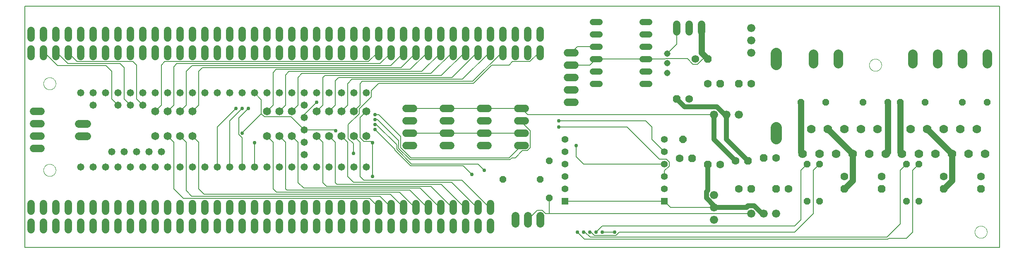
<source format=gtl>
G75*
%MOIN*%
%OFA0B0*%
%FSLAX25Y25*%
%IPPOS*%
%LPD*%
%AMOC8*
5,1,8,0,0,1.08239X$1,22.5*
%
%ADD10C,0.00600*%
%ADD11C,0.00000*%
%ADD12C,0.05800*%
%ADD13C,0.06496*%
%ADD14C,0.06496*%
%ADD15C,0.07000*%
%ADD16C,0.05150*%
%ADD17C,0.06000*%
%ADD18C,0.05937*%
%ADD19R,0.05543X0.05543*%
%ADD20C,0.05543*%
%ADD21OC8,0.06200*%
%ADD22C,0.06200*%
%ADD23C,0.07800*%
%ADD24OC8,0.06000*%
%ADD25OC8,0.05200*%
%ADD26OC8,0.06300*%
%ADD27C,0.06300*%
%ADD28C,0.08850*%
%ADD29C,0.06600*%
%ADD30C,0.05150*%
%ADD31C,0.05000*%
%ADD32C,0.00800*%
%ADD33C,0.02978*%
%ADD34C,0.04000*%
D10*
X0004867Y0001444D02*
X0004867Y0196444D01*
X0789867Y0196444D01*
X0789867Y0001444D01*
X0004867Y0001444D01*
D11*
X0019946Y0064044D02*
X0019948Y0064184D01*
X0019954Y0064324D01*
X0019964Y0064463D01*
X0019978Y0064602D01*
X0019996Y0064741D01*
X0020017Y0064879D01*
X0020043Y0065017D01*
X0020073Y0065154D01*
X0020106Y0065289D01*
X0020144Y0065424D01*
X0020185Y0065558D01*
X0020230Y0065691D01*
X0020278Y0065822D01*
X0020331Y0065951D01*
X0020387Y0066080D01*
X0020446Y0066206D01*
X0020510Y0066331D01*
X0020576Y0066454D01*
X0020647Y0066575D01*
X0020720Y0066694D01*
X0020797Y0066811D01*
X0020878Y0066925D01*
X0020961Y0067037D01*
X0021048Y0067147D01*
X0021138Y0067255D01*
X0021230Y0067359D01*
X0021326Y0067461D01*
X0021425Y0067561D01*
X0021526Y0067657D01*
X0021630Y0067751D01*
X0021737Y0067841D01*
X0021846Y0067928D01*
X0021958Y0068013D01*
X0022072Y0068094D01*
X0022188Y0068172D01*
X0022306Y0068246D01*
X0022427Y0068317D01*
X0022549Y0068385D01*
X0022674Y0068449D01*
X0022800Y0068510D01*
X0022927Y0068567D01*
X0023057Y0068620D01*
X0023188Y0068670D01*
X0023320Y0068715D01*
X0023453Y0068758D01*
X0023588Y0068796D01*
X0023723Y0068830D01*
X0023860Y0068861D01*
X0023997Y0068888D01*
X0024135Y0068910D01*
X0024274Y0068929D01*
X0024413Y0068944D01*
X0024552Y0068955D01*
X0024692Y0068962D01*
X0024832Y0068965D01*
X0024972Y0068964D01*
X0025112Y0068959D01*
X0025251Y0068950D01*
X0025391Y0068937D01*
X0025530Y0068920D01*
X0025668Y0068899D01*
X0025806Y0068875D01*
X0025943Y0068846D01*
X0026079Y0068814D01*
X0026214Y0068777D01*
X0026348Y0068737D01*
X0026481Y0068693D01*
X0026612Y0068645D01*
X0026742Y0068594D01*
X0026871Y0068539D01*
X0026998Y0068480D01*
X0027123Y0068417D01*
X0027246Y0068352D01*
X0027368Y0068282D01*
X0027487Y0068209D01*
X0027605Y0068133D01*
X0027720Y0068054D01*
X0027833Y0067971D01*
X0027943Y0067885D01*
X0028051Y0067796D01*
X0028156Y0067704D01*
X0028259Y0067609D01*
X0028359Y0067511D01*
X0028456Y0067411D01*
X0028550Y0067307D01*
X0028642Y0067201D01*
X0028730Y0067093D01*
X0028815Y0066982D01*
X0028897Y0066868D01*
X0028976Y0066752D01*
X0029051Y0066635D01*
X0029123Y0066515D01*
X0029191Y0066393D01*
X0029256Y0066269D01*
X0029318Y0066143D01*
X0029376Y0066016D01*
X0029430Y0065887D01*
X0029481Y0065756D01*
X0029527Y0065624D01*
X0029570Y0065491D01*
X0029610Y0065357D01*
X0029645Y0065222D01*
X0029677Y0065085D01*
X0029704Y0064948D01*
X0029728Y0064810D01*
X0029748Y0064672D01*
X0029764Y0064533D01*
X0029776Y0064393D01*
X0029784Y0064254D01*
X0029788Y0064114D01*
X0029788Y0063974D01*
X0029784Y0063834D01*
X0029776Y0063695D01*
X0029764Y0063555D01*
X0029748Y0063416D01*
X0029728Y0063278D01*
X0029704Y0063140D01*
X0029677Y0063003D01*
X0029645Y0062866D01*
X0029610Y0062731D01*
X0029570Y0062597D01*
X0029527Y0062464D01*
X0029481Y0062332D01*
X0029430Y0062201D01*
X0029376Y0062072D01*
X0029318Y0061945D01*
X0029256Y0061819D01*
X0029191Y0061695D01*
X0029123Y0061573D01*
X0029051Y0061453D01*
X0028976Y0061336D01*
X0028897Y0061220D01*
X0028815Y0061106D01*
X0028730Y0060995D01*
X0028642Y0060887D01*
X0028550Y0060781D01*
X0028456Y0060677D01*
X0028359Y0060577D01*
X0028259Y0060479D01*
X0028156Y0060384D01*
X0028051Y0060292D01*
X0027943Y0060203D01*
X0027833Y0060117D01*
X0027720Y0060034D01*
X0027605Y0059955D01*
X0027487Y0059879D01*
X0027368Y0059806D01*
X0027246Y0059736D01*
X0027123Y0059671D01*
X0026998Y0059608D01*
X0026871Y0059549D01*
X0026742Y0059494D01*
X0026612Y0059443D01*
X0026481Y0059395D01*
X0026348Y0059351D01*
X0026214Y0059311D01*
X0026079Y0059274D01*
X0025943Y0059242D01*
X0025806Y0059213D01*
X0025668Y0059189D01*
X0025530Y0059168D01*
X0025391Y0059151D01*
X0025251Y0059138D01*
X0025112Y0059129D01*
X0024972Y0059124D01*
X0024832Y0059123D01*
X0024692Y0059126D01*
X0024552Y0059133D01*
X0024413Y0059144D01*
X0024274Y0059159D01*
X0024135Y0059178D01*
X0023997Y0059200D01*
X0023860Y0059227D01*
X0023723Y0059258D01*
X0023588Y0059292D01*
X0023453Y0059330D01*
X0023320Y0059373D01*
X0023188Y0059418D01*
X0023057Y0059468D01*
X0022927Y0059521D01*
X0022800Y0059578D01*
X0022674Y0059639D01*
X0022549Y0059703D01*
X0022427Y0059771D01*
X0022306Y0059842D01*
X0022188Y0059916D01*
X0022072Y0059994D01*
X0021958Y0060075D01*
X0021846Y0060160D01*
X0021737Y0060247D01*
X0021630Y0060337D01*
X0021526Y0060431D01*
X0021425Y0060527D01*
X0021326Y0060627D01*
X0021230Y0060729D01*
X0021138Y0060833D01*
X0021048Y0060941D01*
X0020961Y0061051D01*
X0020878Y0061163D01*
X0020797Y0061277D01*
X0020720Y0061394D01*
X0020647Y0061513D01*
X0020576Y0061634D01*
X0020510Y0061757D01*
X0020446Y0061882D01*
X0020387Y0062008D01*
X0020331Y0062137D01*
X0020278Y0062266D01*
X0020230Y0062397D01*
X0020185Y0062530D01*
X0020144Y0062664D01*
X0020106Y0062799D01*
X0020073Y0062934D01*
X0020043Y0063071D01*
X0020017Y0063209D01*
X0019996Y0063347D01*
X0019978Y0063486D01*
X0019964Y0063625D01*
X0019954Y0063764D01*
X0019948Y0063904D01*
X0019946Y0064044D01*
X0019946Y0134044D02*
X0019948Y0134184D01*
X0019954Y0134324D01*
X0019964Y0134463D01*
X0019978Y0134602D01*
X0019996Y0134741D01*
X0020017Y0134879D01*
X0020043Y0135017D01*
X0020073Y0135154D01*
X0020106Y0135289D01*
X0020144Y0135424D01*
X0020185Y0135558D01*
X0020230Y0135691D01*
X0020278Y0135822D01*
X0020331Y0135951D01*
X0020387Y0136080D01*
X0020446Y0136206D01*
X0020510Y0136331D01*
X0020576Y0136454D01*
X0020647Y0136575D01*
X0020720Y0136694D01*
X0020797Y0136811D01*
X0020878Y0136925D01*
X0020961Y0137037D01*
X0021048Y0137147D01*
X0021138Y0137255D01*
X0021230Y0137359D01*
X0021326Y0137461D01*
X0021425Y0137561D01*
X0021526Y0137657D01*
X0021630Y0137751D01*
X0021737Y0137841D01*
X0021846Y0137928D01*
X0021958Y0138013D01*
X0022072Y0138094D01*
X0022188Y0138172D01*
X0022306Y0138246D01*
X0022427Y0138317D01*
X0022549Y0138385D01*
X0022674Y0138449D01*
X0022800Y0138510D01*
X0022927Y0138567D01*
X0023057Y0138620D01*
X0023188Y0138670D01*
X0023320Y0138715D01*
X0023453Y0138758D01*
X0023588Y0138796D01*
X0023723Y0138830D01*
X0023860Y0138861D01*
X0023997Y0138888D01*
X0024135Y0138910D01*
X0024274Y0138929D01*
X0024413Y0138944D01*
X0024552Y0138955D01*
X0024692Y0138962D01*
X0024832Y0138965D01*
X0024972Y0138964D01*
X0025112Y0138959D01*
X0025251Y0138950D01*
X0025391Y0138937D01*
X0025530Y0138920D01*
X0025668Y0138899D01*
X0025806Y0138875D01*
X0025943Y0138846D01*
X0026079Y0138814D01*
X0026214Y0138777D01*
X0026348Y0138737D01*
X0026481Y0138693D01*
X0026612Y0138645D01*
X0026742Y0138594D01*
X0026871Y0138539D01*
X0026998Y0138480D01*
X0027123Y0138417D01*
X0027246Y0138352D01*
X0027368Y0138282D01*
X0027487Y0138209D01*
X0027605Y0138133D01*
X0027720Y0138054D01*
X0027833Y0137971D01*
X0027943Y0137885D01*
X0028051Y0137796D01*
X0028156Y0137704D01*
X0028259Y0137609D01*
X0028359Y0137511D01*
X0028456Y0137411D01*
X0028550Y0137307D01*
X0028642Y0137201D01*
X0028730Y0137093D01*
X0028815Y0136982D01*
X0028897Y0136868D01*
X0028976Y0136752D01*
X0029051Y0136635D01*
X0029123Y0136515D01*
X0029191Y0136393D01*
X0029256Y0136269D01*
X0029318Y0136143D01*
X0029376Y0136016D01*
X0029430Y0135887D01*
X0029481Y0135756D01*
X0029527Y0135624D01*
X0029570Y0135491D01*
X0029610Y0135357D01*
X0029645Y0135222D01*
X0029677Y0135085D01*
X0029704Y0134948D01*
X0029728Y0134810D01*
X0029748Y0134672D01*
X0029764Y0134533D01*
X0029776Y0134393D01*
X0029784Y0134254D01*
X0029788Y0134114D01*
X0029788Y0133974D01*
X0029784Y0133834D01*
X0029776Y0133695D01*
X0029764Y0133555D01*
X0029748Y0133416D01*
X0029728Y0133278D01*
X0029704Y0133140D01*
X0029677Y0133003D01*
X0029645Y0132866D01*
X0029610Y0132731D01*
X0029570Y0132597D01*
X0029527Y0132464D01*
X0029481Y0132332D01*
X0029430Y0132201D01*
X0029376Y0132072D01*
X0029318Y0131945D01*
X0029256Y0131819D01*
X0029191Y0131695D01*
X0029123Y0131573D01*
X0029051Y0131453D01*
X0028976Y0131336D01*
X0028897Y0131220D01*
X0028815Y0131106D01*
X0028730Y0130995D01*
X0028642Y0130887D01*
X0028550Y0130781D01*
X0028456Y0130677D01*
X0028359Y0130577D01*
X0028259Y0130479D01*
X0028156Y0130384D01*
X0028051Y0130292D01*
X0027943Y0130203D01*
X0027833Y0130117D01*
X0027720Y0130034D01*
X0027605Y0129955D01*
X0027487Y0129879D01*
X0027368Y0129806D01*
X0027246Y0129736D01*
X0027123Y0129671D01*
X0026998Y0129608D01*
X0026871Y0129549D01*
X0026742Y0129494D01*
X0026612Y0129443D01*
X0026481Y0129395D01*
X0026348Y0129351D01*
X0026214Y0129311D01*
X0026079Y0129274D01*
X0025943Y0129242D01*
X0025806Y0129213D01*
X0025668Y0129189D01*
X0025530Y0129168D01*
X0025391Y0129151D01*
X0025251Y0129138D01*
X0025112Y0129129D01*
X0024972Y0129124D01*
X0024832Y0129123D01*
X0024692Y0129126D01*
X0024552Y0129133D01*
X0024413Y0129144D01*
X0024274Y0129159D01*
X0024135Y0129178D01*
X0023997Y0129200D01*
X0023860Y0129227D01*
X0023723Y0129258D01*
X0023588Y0129292D01*
X0023453Y0129330D01*
X0023320Y0129373D01*
X0023188Y0129418D01*
X0023057Y0129468D01*
X0022927Y0129521D01*
X0022800Y0129578D01*
X0022674Y0129639D01*
X0022549Y0129703D01*
X0022427Y0129771D01*
X0022306Y0129842D01*
X0022188Y0129916D01*
X0022072Y0129994D01*
X0021958Y0130075D01*
X0021846Y0130160D01*
X0021737Y0130247D01*
X0021630Y0130337D01*
X0021526Y0130431D01*
X0021425Y0130527D01*
X0021326Y0130627D01*
X0021230Y0130729D01*
X0021138Y0130833D01*
X0021048Y0130941D01*
X0020961Y0131051D01*
X0020878Y0131163D01*
X0020797Y0131277D01*
X0020720Y0131394D01*
X0020647Y0131513D01*
X0020576Y0131634D01*
X0020510Y0131757D01*
X0020446Y0131882D01*
X0020387Y0132008D01*
X0020331Y0132137D01*
X0020278Y0132266D01*
X0020230Y0132397D01*
X0020185Y0132530D01*
X0020144Y0132664D01*
X0020106Y0132799D01*
X0020073Y0132934D01*
X0020043Y0133071D01*
X0020017Y0133209D01*
X0019996Y0133347D01*
X0019978Y0133486D01*
X0019964Y0133625D01*
X0019954Y0133764D01*
X0019948Y0133904D01*
X0019946Y0134044D01*
X0684946Y0149044D02*
X0684948Y0149184D01*
X0684954Y0149324D01*
X0684964Y0149463D01*
X0684978Y0149602D01*
X0684996Y0149741D01*
X0685017Y0149879D01*
X0685043Y0150017D01*
X0685073Y0150154D01*
X0685106Y0150289D01*
X0685144Y0150424D01*
X0685185Y0150558D01*
X0685230Y0150691D01*
X0685278Y0150822D01*
X0685331Y0150951D01*
X0685387Y0151080D01*
X0685446Y0151206D01*
X0685510Y0151331D01*
X0685576Y0151454D01*
X0685647Y0151575D01*
X0685720Y0151694D01*
X0685797Y0151811D01*
X0685878Y0151925D01*
X0685961Y0152037D01*
X0686048Y0152147D01*
X0686138Y0152255D01*
X0686230Y0152359D01*
X0686326Y0152461D01*
X0686425Y0152561D01*
X0686526Y0152657D01*
X0686630Y0152751D01*
X0686737Y0152841D01*
X0686846Y0152928D01*
X0686958Y0153013D01*
X0687072Y0153094D01*
X0687188Y0153172D01*
X0687306Y0153246D01*
X0687427Y0153317D01*
X0687549Y0153385D01*
X0687674Y0153449D01*
X0687800Y0153510D01*
X0687927Y0153567D01*
X0688057Y0153620D01*
X0688188Y0153670D01*
X0688320Y0153715D01*
X0688453Y0153758D01*
X0688588Y0153796D01*
X0688723Y0153830D01*
X0688860Y0153861D01*
X0688997Y0153888D01*
X0689135Y0153910D01*
X0689274Y0153929D01*
X0689413Y0153944D01*
X0689552Y0153955D01*
X0689692Y0153962D01*
X0689832Y0153965D01*
X0689972Y0153964D01*
X0690112Y0153959D01*
X0690251Y0153950D01*
X0690391Y0153937D01*
X0690530Y0153920D01*
X0690668Y0153899D01*
X0690806Y0153875D01*
X0690943Y0153846D01*
X0691079Y0153814D01*
X0691214Y0153777D01*
X0691348Y0153737D01*
X0691481Y0153693D01*
X0691612Y0153645D01*
X0691742Y0153594D01*
X0691871Y0153539D01*
X0691998Y0153480D01*
X0692123Y0153417D01*
X0692246Y0153352D01*
X0692368Y0153282D01*
X0692487Y0153209D01*
X0692605Y0153133D01*
X0692720Y0153054D01*
X0692833Y0152971D01*
X0692943Y0152885D01*
X0693051Y0152796D01*
X0693156Y0152704D01*
X0693259Y0152609D01*
X0693359Y0152511D01*
X0693456Y0152411D01*
X0693550Y0152307D01*
X0693642Y0152201D01*
X0693730Y0152093D01*
X0693815Y0151982D01*
X0693897Y0151868D01*
X0693976Y0151752D01*
X0694051Y0151635D01*
X0694123Y0151515D01*
X0694191Y0151393D01*
X0694256Y0151269D01*
X0694318Y0151143D01*
X0694376Y0151016D01*
X0694430Y0150887D01*
X0694481Y0150756D01*
X0694527Y0150624D01*
X0694570Y0150491D01*
X0694610Y0150357D01*
X0694645Y0150222D01*
X0694677Y0150085D01*
X0694704Y0149948D01*
X0694728Y0149810D01*
X0694748Y0149672D01*
X0694764Y0149533D01*
X0694776Y0149393D01*
X0694784Y0149254D01*
X0694788Y0149114D01*
X0694788Y0148974D01*
X0694784Y0148834D01*
X0694776Y0148695D01*
X0694764Y0148555D01*
X0694748Y0148416D01*
X0694728Y0148278D01*
X0694704Y0148140D01*
X0694677Y0148003D01*
X0694645Y0147866D01*
X0694610Y0147731D01*
X0694570Y0147597D01*
X0694527Y0147464D01*
X0694481Y0147332D01*
X0694430Y0147201D01*
X0694376Y0147072D01*
X0694318Y0146945D01*
X0694256Y0146819D01*
X0694191Y0146695D01*
X0694123Y0146573D01*
X0694051Y0146453D01*
X0693976Y0146336D01*
X0693897Y0146220D01*
X0693815Y0146106D01*
X0693730Y0145995D01*
X0693642Y0145887D01*
X0693550Y0145781D01*
X0693456Y0145677D01*
X0693359Y0145577D01*
X0693259Y0145479D01*
X0693156Y0145384D01*
X0693051Y0145292D01*
X0692943Y0145203D01*
X0692833Y0145117D01*
X0692720Y0145034D01*
X0692605Y0144955D01*
X0692487Y0144879D01*
X0692368Y0144806D01*
X0692246Y0144736D01*
X0692123Y0144671D01*
X0691998Y0144608D01*
X0691871Y0144549D01*
X0691742Y0144494D01*
X0691612Y0144443D01*
X0691481Y0144395D01*
X0691348Y0144351D01*
X0691214Y0144311D01*
X0691079Y0144274D01*
X0690943Y0144242D01*
X0690806Y0144213D01*
X0690668Y0144189D01*
X0690530Y0144168D01*
X0690391Y0144151D01*
X0690251Y0144138D01*
X0690112Y0144129D01*
X0689972Y0144124D01*
X0689832Y0144123D01*
X0689692Y0144126D01*
X0689552Y0144133D01*
X0689413Y0144144D01*
X0689274Y0144159D01*
X0689135Y0144178D01*
X0688997Y0144200D01*
X0688860Y0144227D01*
X0688723Y0144258D01*
X0688588Y0144292D01*
X0688453Y0144330D01*
X0688320Y0144373D01*
X0688188Y0144418D01*
X0688057Y0144468D01*
X0687927Y0144521D01*
X0687800Y0144578D01*
X0687674Y0144639D01*
X0687549Y0144703D01*
X0687427Y0144771D01*
X0687306Y0144842D01*
X0687188Y0144916D01*
X0687072Y0144994D01*
X0686958Y0145075D01*
X0686846Y0145160D01*
X0686737Y0145247D01*
X0686630Y0145337D01*
X0686526Y0145431D01*
X0686425Y0145527D01*
X0686326Y0145627D01*
X0686230Y0145729D01*
X0686138Y0145833D01*
X0686048Y0145941D01*
X0685961Y0146051D01*
X0685878Y0146163D01*
X0685797Y0146277D01*
X0685720Y0146394D01*
X0685647Y0146513D01*
X0685576Y0146634D01*
X0685510Y0146757D01*
X0685446Y0146882D01*
X0685387Y0147008D01*
X0685331Y0147137D01*
X0685278Y0147266D01*
X0685230Y0147397D01*
X0685185Y0147530D01*
X0685144Y0147664D01*
X0685106Y0147799D01*
X0685073Y0147934D01*
X0685043Y0148071D01*
X0685017Y0148209D01*
X0684996Y0148347D01*
X0684978Y0148486D01*
X0684964Y0148625D01*
X0684954Y0148764D01*
X0684948Y0148904D01*
X0684946Y0149044D01*
X0769946Y0014044D02*
X0769948Y0014184D01*
X0769954Y0014324D01*
X0769964Y0014463D01*
X0769978Y0014602D01*
X0769996Y0014741D01*
X0770017Y0014879D01*
X0770043Y0015017D01*
X0770073Y0015154D01*
X0770106Y0015289D01*
X0770144Y0015424D01*
X0770185Y0015558D01*
X0770230Y0015691D01*
X0770278Y0015822D01*
X0770331Y0015951D01*
X0770387Y0016080D01*
X0770446Y0016206D01*
X0770510Y0016331D01*
X0770576Y0016454D01*
X0770647Y0016575D01*
X0770720Y0016694D01*
X0770797Y0016811D01*
X0770878Y0016925D01*
X0770961Y0017037D01*
X0771048Y0017147D01*
X0771138Y0017255D01*
X0771230Y0017359D01*
X0771326Y0017461D01*
X0771425Y0017561D01*
X0771526Y0017657D01*
X0771630Y0017751D01*
X0771737Y0017841D01*
X0771846Y0017928D01*
X0771958Y0018013D01*
X0772072Y0018094D01*
X0772188Y0018172D01*
X0772306Y0018246D01*
X0772427Y0018317D01*
X0772549Y0018385D01*
X0772674Y0018449D01*
X0772800Y0018510D01*
X0772927Y0018567D01*
X0773057Y0018620D01*
X0773188Y0018670D01*
X0773320Y0018715D01*
X0773453Y0018758D01*
X0773588Y0018796D01*
X0773723Y0018830D01*
X0773860Y0018861D01*
X0773997Y0018888D01*
X0774135Y0018910D01*
X0774274Y0018929D01*
X0774413Y0018944D01*
X0774552Y0018955D01*
X0774692Y0018962D01*
X0774832Y0018965D01*
X0774972Y0018964D01*
X0775112Y0018959D01*
X0775251Y0018950D01*
X0775391Y0018937D01*
X0775530Y0018920D01*
X0775668Y0018899D01*
X0775806Y0018875D01*
X0775943Y0018846D01*
X0776079Y0018814D01*
X0776214Y0018777D01*
X0776348Y0018737D01*
X0776481Y0018693D01*
X0776612Y0018645D01*
X0776742Y0018594D01*
X0776871Y0018539D01*
X0776998Y0018480D01*
X0777123Y0018417D01*
X0777246Y0018352D01*
X0777368Y0018282D01*
X0777487Y0018209D01*
X0777605Y0018133D01*
X0777720Y0018054D01*
X0777833Y0017971D01*
X0777943Y0017885D01*
X0778051Y0017796D01*
X0778156Y0017704D01*
X0778259Y0017609D01*
X0778359Y0017511D01*
X0778456Y0017411D01*
X0778550Y0017307D01*
X0778642Y0017201D01*
X0778730Y0017093D01*
X0778815Y0016982D01*
X0778897Y0016868D01*
X0778976Y0016752D01*
X0779051Y0016635D01*
X0779123Y0016515D01*
X0779191Y0016393D01*
X0779256Y0016269D01*
X0779318Y0016143D01*
X0779376Y0016016D01*
X0779430Y0015887D01*
X0779481Y0015756D01*
X0779527Y0015624D01*
X0779570Y0015491D01*
X0779610Y0015357D01*
X0779645Y0015222D01*
X0779677Y0015085D01*
X0779704Y0014948D01*
X0779728Y0014810D01*
X0779748Y0014672D01*
X0779764Y0014533D01*
X0779776Y0014393D01*
X0779784Y0014254D01*
X0779788Y0014114D01*
X0779788Y0013974D01*
X0779784Y0013834D01*
X0779776Y0013695D01*
X0779764Y0013555D01*
X0779748Y0013416D01*
X0779728Y0013278D01*
X0779704Y0013140D01*
X0779677Y0013003D01*
X0779645Y0012866D01*
X0779610Y0012731D01*
X0779570Y0012597D01*
X0779527Y0012464D01*
X0779481Y0012332D01*
X0779430Y0012201D01*
X0779376Y0012072D01*
X0779318Y0011945D01*
X0779256Y0011819D01*
X0779191Y0011695D01*
X0779123Y0011573D01*
X0779051Y0011453D01*
X0778976Y0011336D01*
X0778897Y0011220D01*
X0778815Y0011106D01*
X0778730Y0010995D01*
X0778642Y0010887D01*
X0778550Y0010781D01*
X0778456Y0010677D01*
X0778359Y0010577D01*
X0778259Y0010479D01*
X0778156Y0010384D01*
X0778051Y0010292D01*
X0777943Y0010203D01*
X0777833Y0010117D01*
X0777720Y0010034D01*
X0777605Y0009955D01*
X0777487Y0009879D01*
X0777368Y0009806D01*
X0777246Y0009736D01*
X0777123Y0009671D01*
X0776998Y0009608D01*
X0776871Y0009549D01*
X0776742Y0009494D01*
X0776612Y0009443D01*
X0776481Y0009395D01*
X0776348Y0009351D01*
X0776214Y0009311D01*
X0776079Y0009274D01*
X0775943Y0009242D01*
X0775806Y0009213D01*
X0775668Y0009189D01*
X0775530Y0009168D01*
X0775391Y0009151D01*
X0775251Y0009138D01*
X0775112Y0009129D01*
X0774972Y0009124D01*
X0774832Y0009123D01*
X0774692Y0009126D01*
X0774552Y0009133D01*
X0774413Y0009144D01*
X0774274Y0009159D01*
X0774135Y0009178D01*
X0773997Y0009200D01*
X0773860Y0009227D01*
X0773723Y0009258D01*
X0773588Y0009292D01*
X0773453Y0009330D01*
X0773320Y0009373D01*
X0773188Y0009418D01*
X0773057Y0009468D01*
X0772927Y0009521D01*
X0772800Y0009578D01*
X0772674Y0009639D01*
X0772549Y0009703D01*
X0772427Y0009771D01*
X0772306Y0009842D01*
X0772188Y0009916D01*
X0772072Y0009994D01*
X0771958Y0010075D01*
X0771846Y0010160D01*
X0771737Y0010247D01*
X0771630Y0010337D01*
X0771526Y0010431D01*
X0771425Y0010527D01*
X0771326Y0010627D01*
X0771230Y0010729D01*
X0771138Y0010833D01*
X0771048Y0010941D01*
X0770961Y0011051D01*
X0770878Y0011163D01*
X0770797Y0011277D01*
X0770720Y0011394D01*
X0770647Y0011513D01*
X0770576Y0011634D01*
X0770510Y0011757D01*
X0770446Y0011882D01*
X0770387Y0012008D01*
X0770331Y0012137D01*
X0770278Y0012266D01*
X0770230Y0012397D01*
X0770185Y0012530D01*
X0770144Y0012664D01*
X0770106Y0012799D01*
X0770073Y0012934D01*
X0770043Y0013071D01*
X0770017Y0013209D01*
X0769996Y0013347D01*
X0769978Y0013486D01*
X0769964Y0013625D01*
X0769954Y0013764D01*
X0769948Y0013904D01*
X0769946Y0014044D01*
D12*
X0279867Y0066544D03*
X0269867Y0066544D03*
X0259867Y0066544D03*
X0249867Y0066544D03*
X0239867Y0066544D03*
X0229867Y0066544D03*
X0219867Y0066544D03*
X0209867Y0066544D03*
X0199867Y0066544D03*
X0189867Y0066544D03*
X0179867Y0066544D03*
X0169867Y0066544D03*
X0159867Y0066544D03*
X0149867Y0066544D03*
X0139867Y0066544D03*
X0129867Y0066544D03*
X0119867Y0066544D03*
X0109867Y0066544D03*
X0099867Y0066544D03*
X0089867Y0066544D03*
X0079867Y0066544D03*
X0069867Y0066544D03*
X0059867Y0066544D03*
X0049867Y0066544D03*
X0074867Y0079044D03*
X0084867Y0079044D03*
X0094867Y0079044D03*
X0104867Y0079044D03*
X0114867Y0079044D03*
X0229867Y0076544D03*
X0229867Y0086544D03*
X0229867Y0096544D03*
X0229867Y0106544D03*
X0229867Y0116544D03*
X0229867Y0126544D03*
X0219867Y0126544D03*
X0209867Y0126544D03*
X0199867Y0126544D03*
X0189867Y0126544D03*
X0179867Y0126544D03*
X0169867Y0126544D03*
X0159867Y0126544D03*
X0149867Y0126544D03*
X0139867Y0126544D03*
X0129867Y0126544D03*
X0119867Y0126544D03*
X0109867Y0126544D03*
X0099867Y0126544D03*
X0089867Y0126544D03*
X0079867Y0126544D03*
X0069867Y0126544D03*
X0059867Y0126544D03*
X0049867Y0126544D03*
X0059867Y0116544D03*
X0079867Y0116544D03*
X0089867Y0116544D03*
X0099867Y0116544D03*
X0239867Y0126544D03*
X0249867Y0126544D03*
X0259867Y0126544D03*
X0269867Y0126544D03*
X0279867Y0126544D03*
D13*
X0279867Y0111544D03*
X0269867Y0111544D03*
X0259867Y0111544D03*
X0249867Y0111544D03*
X0239867Y0111544D03*
X0219867Y0111544D03*
X0209867Y0111544D03*
X0199867Y0111544D03*
X0139867Y0111544D03*
X0129867Y0111544D03*
X0119867Y0111544D03*
X0109867Y0111544D03*
X0109867Y0091544D03*
X0119867Y0091544D03*
X0129867Y0091544D03*
X0139867Y0091544D03*
X0199867Y0091544D03*
X0209867Y0091544D03*
X0219867Y0091544D03*
X0239867Y0091544D03*
X0249867Y0091544D03*
X0259867Y0091544D03*
X0269867Y0091544D03*
X0279867Y0091544D03*
D14*
X0054867Y0091544D02*
X0048371Y0091544D01*
X0048371Y0101544D02*
X0054867Y0101544D01*
X0399867Y0027292D02*
X0399867Y0020796D01*
X0409867Y0020796D02*
X0409867Y0027292D01*
X0419867Y0027292D02*
X0419867Y0020796D01*
D15*
X0631402Y0077154D03*
X0644788Y0077154D03*
X0658174Y0077154D03*
X0671560Y0077154D03*
X0684945Y0077154D03*
X0698331Y0077154D03*
X0711402Y0077154D03*
X0724788Y0077154D03*
X0738174Y0077154D03*
X0751560Y0077154D03*
X0764945Y0077154D03*
X0778331Y0077154D03*
X0771638Y0097154D03*
X0758252Y0097154D03*
X0744867Y0097154D03*
X0731481Y0097154D03*
X0718095Y0097154D03*
X0691638Y0097154D03*
X0678252Y0097154D03*
X0664867Y0097154D03*
X0651481Y0097154D03*
X0638095Y0097154D03*
D16*
X0507441Y0134044D02*
X0502292Y0134044D01*
X0502292Y0144044D02*
X0507441Y0144044D01*
X0507441Y0154044D02*
X0502292Y0154044D01*
X0502292Y0164044D02*
X0507441Y0164044D01*
X0507441Y0174044D02*
X0502292Y0174044D01*
X0502292Y0184044D02*
X0507441Y0184044D01*
X0467441Y0184044D02*
X0462292Y0184044D01*
X0462292Y0174044D02*
X0467441Y0174044D01*
X0467441Y0164044D02*
X0462292Y0164044D01*
X0462292Y0154044D02*
X0467441Y0154044D01*
X0467441Y0144044D02*
X0462292Y0144044D01*
X0462292Y0134044D02*
X0467441Y0134044D01*
D17*
X0447867Y0139044D02*
X0441867Y0139044D01*
X0441867Y0129044D02*
X0447867Y0129044D01*
X0447867Y0119044D02*
X0441867Y0119044D01*
X0407867Y0114044D02*
X0401867Y0114044D01*
X0377867Y0114044D02*
X0371867Y0114044D01*
X0347867Y0114044D02*
X0341867Y0114044D01*
X0317867Y0114044D02*
X0311867Y0114044D01*
X0311867Y0104044D02*
X0317867Y0104044D01*
X0341867Y0104044D02*
X0347867Y0104044D01*
X0371867Y0104044D02*
X0377867Y0104044D01*
X0401867Y0104044D02*
X0407867Y0104044D01*
X0407867Y0094044D02*
X0401867Y0094044D01*
X0377867Y0094044D02*
X0371867Y0094044D01*
X0347867Y0094044D02*
X0341867Y0094044D01*
X0317867Y0094044D02*
X0311867Y0094044D01*
X0311867Y0084044D02*
X0317867Y0084044D01*
X0341867Y0084044D02*
X0347867Y0084044D01*
X0371867Y0084044D02*
X0377867Y0084044D01*
X0401867Y0084044D02*
X0407867Y0084044D01*
X0379867Y0037044D02*
X0379867Y0031044D01*
X0369867Y0031044D02*
X0369867Y0037044D01*
X0359867Y0037044D02*
X0359867Y0031044D01*
X0349867Y0031044D02*
X0349867Y0037044D01*
X0339867Y0037044D02*
X0339867Y0031044D01*
X0329867Y0031044D02*
X0329867Y0037044D01*
X0319867Y0037044D02*
X0319867Y0031044D01*
X0309867Y0031044D02*
X0309867Y0037044D01*
X0299867Y0037044D02*
X0299867Y0031044D01*
X0289867Y0031044D02*
X0289867Y0037044D01*
X0279867Y0037044D02*
X0279867Y0031044D01*
X0269867Y0031044D02*
X0269867Y0037044D01*
X0259867Y0037044D02*
X0259867Y0031044D01*
X0249867Y0031044D02*
X0249867Y0037044D01*
X0239867Y0037044D02*
X0239867Y0031044D01*
X0229867Y0031044D02*
X0229867Y0037044D01*
X0219867Y0037044D02*
X0219867Y0031044D01*
X0209867Y0031044D02*
X0209867Y0037044D01*
X0199867Y0037044D02*
X0199867Y0031044D01*
X0189867Y0031044D02*
X0189867Y0037044D01*
X0179867Y0037044D02*
X0179867Y0031044D01*
X0169867Y0031044D02*
X0169867Y0037044D01*
X0159867Y0037044D02*
X0159867Y0031044D01*
X0149867Y0031044D02*
X0149867Y0037044D01*
X0139867Y0037044D02*
X0139867Y0031044D01*
X0129867Y0031044D02*
X0129867Y0037044D01*
X0119867Y0037044D02*
X0119867Y0031044D01*
X0109867Y0031044D02*
X0109867Y0037044D01*
X0099867Y0037044D02*
X0099867Y0031044D01*
X0089867Y0031044D02*
X0089867Y0037044D01*
X0079867Y0037044D02*
X0079867Y0031044D01*
X0069867Y0031044D02*
X0069867Y0037044D01*
X0059867Y0037044D02*
X0059867Y0031044D01*
X0049867Y0031044D02*
X0049867Y0037044D01*
X0039867Y0037044D02*
X0039867Y0031044D01*
X0029867Y0031044D02*
X0029867Y0037044D01*
X0019867Y0037044D02*
X0019867Y0031044D01*
X0009867Y0031044D02*
X0009867Y0037044D01*
X0009867Y0022044D02*
X0009867Y0016044D01*
X0019867Y0016044D02*
X0019867Y0022044D01*
X0029867Y0022044D02*
X0029867Y0016044D01*
X0039867Y0016044D02*
X0039867Y0022044D01*
X0049867Y0022044D02*
X0049867Y0016044D01*
X0059867Y0016044D02*
X0059867Y0022044D01*
X0069867Y0022044D02*
X0069867Y0016044D01*
X0079867Y0016044D02*
X0079867Y0022044D01*
X0089867Y0022044D02*
X0089867Y0016044D01*
X0099867Y0016044D02*
X0099867Y0022044D01*
X0109867Y0022044D02*
X0109867Y0016044D01*
X0119867Y0016044D02*
X0119867Y0022044D01*
X0129867Y0022044D02*
X0129867Y0016044D01*
X0139867Y0016044D02*
X0139867Y0022044D01*
X0149867Y0022044D02*
X0149867Y0016044D01*
X0159867Y0016044D02*
X0159867Y0022044D01*
X0169867Y0022044D02*
X0169867Y0016044D01*
X0179867Y0016044D02*
X0179867Y0022044D01*
X0189867Y0022044D02*
X0189867Y0016044D01*
X0199867Y0016044D02*
X0199867Y0022044D01*
X0209867Y0022044D02*
X0209867Y0016044D01*
X0219867Y0016044D02*
X0219867Y0022044D01*
X0229867Y0022044D02*
X0229867Y0016044D01*
X0239867Y0016044D02*
X0239867Y0022044D01*
X0249867Y0022044D02*
X0249867Y0016044D01*
X0259867Y0016044D02*
X0259867Y0022044D01*
X0269867Y0022044D02*
X0269867Y0016044D01*
X0279867Y0016044D02*
X0279867Y0022044D01*
X0289867Y0022044D02*
X0289867Y0016044D01*
X0299867Y0016044D02*
X0299867Y0022044D01*
X0309867Y0022044D02*
X0309867Y0016044D01*
X0319867Y0016044D02*
X0319867Y0022044D01*
X0329867Y0022044D02*
X0329867Y0016044D01*
X0339867Y0016044D02*
X0339867Y0022044D01*
X0349867Y0022044D02*
X0349867Y0016044D01*
X0359867Y0016044D02*
X0359867Y0022044D01*
X0369867Y0022044D02*
X0369867Y0016044D01*
X0379867Y0016044D02*
X0379867Y0022044D01*
X0017867Y0081544D02*
X0011867Y0081544D01*
X0011867Y0091544D02*
X0017867Y0091544D01*
X0017867Y0101544D02*
X0011867Y0101544D01*
X0011867Y0111544D02*
X0017867Y0111544D01*
X0019867Y0156044D02*
X0019867Y0162044D01*
X0029867Y0162044D02*
X0029867Y0156044D01*
X0039867Y0156044D02*
X0039867Y0162044D01*
X0049867Y0162044D02*
X0049867Y0156044D01*
X0059867Y0156044D02*
X0059867Y0162044D01*
X0069867Y0162044D02*
X0069867Y0156044D01*
X0079867Y0156044D02*
X0079867Y0162044D01*
X0089867Y0162044D02*
X0089867Y0156044D01*
X0099867Y0156044D02*
X0099867Y0162044D01*
X0109867Y0162044D02*
X0109867Y0156044D01*
X0119867Y0156044D02*
X0119867Y0162044D01*
X0129867Y0162044D02*
X0129867Y0156044D01*
X0139867Y0156044D02*
X0139867Y0162044D01*
X0149867Y0162044D02*
X0149867Y0156044D01*
X0159867Y0156044D02*
X0159867Y0162044D01*
X0169867Y0162044D02*
X0169867Y0156044D01*
X0179867Y0156044D02*
X0179867Y0162044D01*
X0189867Y0162044D02*
X0189867Y0156044D01*
X0199867Y0156044D02*
X0199867Y0162044D01*
X0209867Y0162044D02*
X0209867Y0156044D01*
X0219867Y0156044D02*
X0219867Y0162044D01*
X0229867Y0162044D02*
X0229867Y0156044D01*
X0239867Y0156044D02*
X0239867Y0162044D01*
X0249867Y0162044D02*
X0249867Y0156044D01*
X0259867Y0156044D02*
X0259867Y0162044D01*
X0269867Y0162044D02*
X0269867Y0156044D01*
X0279867Y0156044D02*
X0279867Y0162044D01*
X0289867Y0162044D02*
X0289867Y0156044D01*
X0299867Y0156044D02*
X0299867Y0162044D01*
X0309867Y0162044D02*
X0309867Y0156044D01*
X0319867Y0156044D02*
X0319867Y0162044D01*
X0329867Y0162044D02*
X0329867Y0156044D01*
X0339867Y0156044D02*
X0339867Y0162044D01*
X0349867Y0162044D02*
X0349867Y0156044D01*
X0359867Y0156044D02*
X0359867Y0162044D01*
X0369867Y0162044D02*
X0369867Y0156044D01*
X0379867Y0156044D02*
X0379867Y0162044D01*
X0389867Y0162044D02*
X0389867Y0156044D01*
X0399867Y0156044D02*
X0399867Y0162044D01*
X0409867Y0162044D02*
X0409867Y0156044D01*
X0419867Y0156044D02*
X0419867Y0162044D01*
X0441867Y0159044D02*
X0447867Y0159044D01*
X0447867Y0149044D02*
X0441867Y0149044D01*
X0419867Y0171044D02*
X0419867Y0177044D01*
X0409867Y0177044D02*
X0409867Y0171044D01*
X0399867Y0171044D02*
X0399867Y0177044D01*
X0389867Y0177044D02*
X0389867Y0171044D01*
X0379867Y0171044D02*
X0379867Y0177044D01*
X0369867Y0177044D02*
X0369867Y0171044D01*
X0359867Y0171044D02*
X0359867Y0177044D01*
X0349867Y0177044D02*
X0349867Y0171044D01*
X0339867Y0171044D02*
X0339867Y0177044D01*
X0329867Y0177044D02*
X0329867Y0171044D01*
X0319867Y0171044D02*
X0319867Y0177044D01*
X0309867Y0177044D02*
X0309867Y0171044D01*
X0299867Y0171044D02*
X0299867Y0177044D01*
X0289867Y0177044D02*
X0289867Y0171044D01*
X0279867Y0171044D02*
X0279867Y0177044D01*
X0269867Y0177044D02*
X0269867Y0171044D01*
X0259867Y0171044D02*
X0259867Y0177044D01*
X0249867Y0177044D02*
X0249867Y0171044D01*
X0239867Y0171044D02*
X0239867Y0177044D01*
X0229867Y0177044D02*
X0229867Y0171044D01*
X0219867Y0171044D02*
X0219867Y0177044D01*
X0209867Y0177044D02*
X0209867Y0171044D01*
X0199867Y0171044D02*
X0199867Y0177044D01*
X0189867Y0177044D02*
X0189867Y0171044D01*
X0179867Y0171044D02*
X0179867Y0177044D01*
X0169867Y0177044D02*
X0169867Y0171044D01*
X0159867Y0171044D02*
X0159867Y0177044D01*
X0149867Y0177044D02*
X0149867Y0171044D01*
X0139867Y0171044D02*
X0139867Y0177044D01*
X0129867Y0177044D02*
X0129867Y0171044D01*
X0119867Y0171044D02*
X0119867Y0177044D01*
X0109867Y0177044D02*
X0109867Y0171044D01*
X0099867Y0171044D02*
X0099867Y0177044D01*
X0089867Y0177044D02*
X0089867Y0171044D01*
X0079867Y0171044D02*
X0079867Y0177044D01*
X0069867Y0177044D02*
X0069867Y0171044D01*
X0059867Y0171044D02*
X0059867Y0177044D01*
X0049867Y0177044D02*
X0049867Y0171044D01*
X0039867Y0171044D02*
X0039867Y0177044D01*
X0029867Y0177044D02*
X0029867Y0171044D01*
X0019867Y0171044D02*
X0019867Y0177044D01*
X0009867Y0177044D02*
X0009867Y0171044D01*
X0009867Y0162044D02*
X0009867Y0156044D01*
D18*
X0529867Y0176076D02*
X0529867Y0182013D01*
X0539867Y0182013D02*
X0539867Y0176076D01*
X0549867Y0176076D02*
X0549867Y0182013D01*
D19*
X0519867Y0039044D03*
X0439867Y0039044D03*
D20*
X0439867Y0049044D03*
X0439867Y0059044D03*
X0439867Y0069044D03*
X0439867Y0079044D03*
X0439867Y0089044D03*
X0519867Y0089044D03*
X0519867Y0079044D03*
X0519867Y0069044D03*
X0519867Y0059044D03*
X0519867Y0049044D03*
D21*
X0529867Y0121544D03*
X0554867Y0154044D03*
D22*
X0544867Y0154044D03*
X0539867Y0121544D03*
D23*
X0640067Y0150144D02*
X0640067Y0157944D01*
X0659767Y0157944D02*
X0659767Y0150144D01*
X0720067Y0150144D02*
X0720067Y0157944D01*
X0739767Y0157944D02*
X0739767Y0150144D01*
X0760067Y0150144D02*
X0760067Y0157944D01*
X0779767Y0157944D02*
X0779767Y0150144D01*
D24*
X0534867Y0089044D03*
D25*
X0634867Y0069044D03*
X0644867Y0069044D03*
X0714867Y0069044D03*
X0724867Y0069044D03*
X0724867Y0039044D03*
X0714867Y0039044D03*
X0644867Y0039044D03*
X0634867Y0039044D03*
X0427367Y0041544D03*
X0419867Y0056544D03*
X0389867Y0056544D03*
X0427367Y0071544D03*
X0629867Y0119044D03*
X0649867Y0119044D03*
X0679867Y0119044D03*
X0699867Y0119044D03*
X0709867Y0119044D03*
X0729867Y0119044D03*
X0759867Y0119044D03*
X0779867Y0119044D03*
D26*
X0599867Y0074044D03*
X0587367Y0071544D03*
X0554867Y0068544D03*
X0542367Y0073544D03*
X0589867Y0049044D03*
X0609867Y0049044D03*
X0664867Y0049044D03*
X0694867Y0049044D03*
X0744867Y0049044D03*
X0774867Y0049044D03*
X0579867Y0134044D03*
X0564867Y0134044D03*
D27*
X0554867Y0134044D03*
X0589867Y0134044D03*
X0609867Y0074044D03*
X0577367Y0071544D03*
X0564867Y0068544D03*
X0532367Y0073544D03*
X0579867Y0049044D03*
X0619867Y0049044D03*
X0664867Y0059044D03*
X0694867Y0059044D03*
X0744867Y0059044D03*
X0774867Y0059044D03*
D28*
X0609867Y0089619D02*
X0609867Y0098469D01*
X0609867Y0149619D02*
X0609867Y0158469D01*
D29*
X0589867Y0159044D03*
X0589867Y0169044D03*
X0589867Y0179044D03*
X0579867Y0109044D03*
X0569867Y0109044D03*
X0559867Y0109044D03*
X0559867Y0044044D03*
X0559867Y0034044D03*
X0589867Y0029044D03*
X0599867Y0029044D03*
X0609867Y0029044D03*
X0559867Y0024044D03*
D30*
X0522367Y0142670D03*
X0522367Y0150544D03*
X0522367Y0158418D03*
D31*
X0549867Y0159044D02*
X0554867Y0154044D01*
X0549867Y0159044D02*
X0549867Y0179044D01*
X0629867Y0119044D02*
X0629867Y0078690D01*
X0631402Y0077154D01*
X0651481Y0097154D02*
X0671481Y0077154D01*
X0671560Y0077154D01*
X0671560Y0055737D01*
X0664867Y0049044D01*
X0744867Y0049044D02*
X0751560Y0055737D01*
X0751560Y0077154D01*
X0751481Y0077154D01*
X0731481Y0097154D01*
X0711402Y0077154D02*
X0709867Y0078690D01*
X0709867Y0119044D01*
X0699867Y0119044D02*
X0699867Y0078690D01*
X0698331Y0077154D01*
D32*
X0709867Y0064044D02*
X0714867Y0069044D01*
X0719867Y0064044D02*
X0724867Y0069044D01*
X0719867Y0064044D02*
X0719867Y0014044D01*
X0714867Y0009044D01*
X0700707Y0009044D01*
X0699818Y0008155D01*
X0455756Y0008155D01*
X0449867Y0014044D01*
X0454867Y0014044D02*
X0456064Y0014044D01*
X0460353Y0009755D01*
X0699156Y0009755D01*
X0709867Y0020466D01*
X0709867Y0064044D01*
X0644867Y0069044D02*
X0639867Y0064044D01*
X0639867Y0029044D01*
X0624867Y0014044D01*
X0483669Y0014044D01*
X0480980Y0011355D01*
X0463753Y0011355D01*
X0461064Y0014044D01*
X0459867Y0014044D01*
X0464867Y0014044D02*
X0469867Y0019044D01*
X0624867Y0019044D01*
X0629867Y0024044D01*
X0629867Y0064044D01*
X0634867Y0069044D01*
X0523838Y0067399D02*
X0519867Y0063427D01*
X0519867Y0059044D01*
X0523838Y0067399D02*
X0523838Y0070689D01*
X0521512Y0073016D01*
X0515895Y0073016D01*
X0489867Y0099044D01*
X0434867Y0099044D01*
X0434867Y0104044D02*
X0504867Y0104044D01*
X0509867Y0099044D01*
X0509867Y0089044D01*
X0519867Y0079044D01*
X0519867Y0069044D02*
X0454867Y0069044D01*
X0448867Y0075044D01*
X0448867Y0083844D01*
X0412067Y0082304D02*
X0409606Y0079844D01*
X0405667Y0079844D01*
X0399867Y0074044D01*
X0397129Y0074044D01*
X0395529Y0072444D01*
X0315264Y0072444D01*
X0306067Y0081642D01*
X0306067Y0087844D01*
X0289067Y0104844D01*
X0287067Y0104844D01*
X0287067Y0100844D02*
X0288067Y0100844D01*
X0304467Y0084444D01*
X0304467Y0080979D01*
X0316401Y0069044D01*
X0369867Y0069044D01*
X0374867Y0064044D01*
X0364867Y0060644D02*
X0358067Y0067444D01*
X0315739Y0067444D01*
X0302867Y0080316D01*
X0302867Y0081044D01*
X0287067Y0096844D01*
X0290067Y0108844D02*
X0307667Y0091244D01*
X0307667Y0082304D01*
X0315927Y0074044D01*
X0394867Y0074044D01*
X0404867Y0084044D01*
X0412067Y0082304D02*
X0412067Y0095784D01*
X0404867Y0102984D01*
X0404867Y0104044D01*
X0409867Y0109044D02*
X0404867Y0114044D01*
X0374867Y0114044D01*
X0344867Y0114044D01*
X0314867Y0114044D01*
X0290067Y0108844D02*
X0287067Y0108844D01*
X0279867Y0111544D02*
X0274867Y0106544D01*
X0274867Y0090254D01*
X0278024Y0087096D01*
X0284015Y0087096D01*
X0284867Y0086244D01*
X0284867Y0059044D01*
X0278067Y0055844D02*
X0274867Y0059044D01*
X0274867Y0086544D01*
X0269867Y0091544D01*
X0265419Y0089702D02*
X0265419Y0100806D01*
X0274315Y0109702D01*
X0274315Y0113729D01*
X0283967Y0123381D01*
X0283967Y0128144D01*
X0290067Y0134244D01*
X0366269Y0134244D01*
X0381069Y0149044D01*
X0394867Y0149044D01*
X0397667Y0151844D01*
X0411606Y0151844D01*
X0418806Y0159044D01*
X0419867Y0159044D01*
X0389867Y0159044D02*
X0388806Y0159044D01*
X0365606Y0135844D01*
X0276667Y0135844D01*
X0274867Y0134044D01*
X0274867Y0116544D01*
X0269867Y0111544D01*
X0264867Y0116544D02*
X0264867Y0134044D01*
X0268267Y0137444D01*
X0357206Y0137444D01*
X0378806Y0159044D01*
X0379867Y0159044D01*
X0369867Y0159044D02*
X0368806Y0159044D01*
X0348806Y0139044D01*
X0257667Y0139044D01*
X0254867Y0136244D01*
X0254867Y0116544D01*
X0249867Y0111544D01*
X0244867Y0116544D02*
X0239867Y0111544D01*
X0244867Y0116544D02*
X0244867Y0139044D01*
X0246467Y0140644D01*
X0340406Y0140644D01*
X0358806Y0159044D01*
X0359867Y0159044D01*
X0349867Y0159044D02*
X0348806Y0159044D01*
X0332006Y0142244D01*
X0228067Y0142244D01*
X0224867Y0139044D01*
X0224867Y0116544D01*
X0219867Y0111544D01*
X0214867Y0116544D02*
X0209867Y0111544D01*
X0204867Y0116544D02*
X0199867Y0111544D01*
X0198024Y0107096D02*
X0195419Y0109702D01*
X0179867Y0094150D01*
X0179867Y0094044D01*
X0177178Y0092930D02*
X0177178Y0106355D01*
X0184867Y0114044D01*
X0179867Y0114044D02*
X0169867Y0104044D01*
X0169867Y0066544D01*
X0179867Y0066544D02*
X0179867Y0090241D01*
X0177178Y0092930D01*
X0189867Y0086244D02*
X0189867Y0066544D01*
X0159867Y0066544D02*
X0159867Y0099044D01*
X0174867Y0114044D01*
X0195419Y0109702D02*
X0195419Y0120992D01*
X0189867Y0126544D01*
X0204867Y0116544D02*
X0204867Y0143044D01*
X0207267Y0145444D01*
X0315206Y0145444D01*
X0328806Y0159044D01*
X0329867Y0159044D01*
X0339867Y0159044D02*
X0324667Y0143844D01*
X0217667Y0143844D01*
X0214867Y0141044D01*
X0214867Y0116544D01*
X0229867Y0109044D02*
X0239867Y0119044D01*
X0259867Y0111544D02*
X0264867Y0116544D01*
X0229867Y0109044D02*
X0229867Y0106544D01*
X0229867Y0096544D02*
X0219315Y0107096D01*
X0198024Y0107096D01*
X0229867Y0096544D02*
X0254567Y0096544D01*
X0255267Y0095844D01*
X0259867Y0091544D02*
X0264867Y0086544D01*
X0264867Y0059044D01*
X0269667Y0054244D01*
X0348606Y0054244D01*
X0368806Y0034044D01*
X0369867Y0034044D01*
X0378806Y0034044D02*
X0357006Y0055844D01*
X0278067Y0055844D01*
X0256267Y0052644D02*
X0340206Y0052644D01*
X0358806Y0034044D01*
X0359867Y0034044D01*
X0349867Y0034044D02*
X0348806Y0034044D01*
X0331806Y0051044D01*
X0247867Y0051044D01*
X0244867Y0054044D01*
X0244867Y0086544D01*
X0239867Y0091544D01*
X0249867Y0091544D02*
X0254867Y0086544D01*
X0254867Y0054044D01*
X0256267Y0052644D01*
X0229467Y0049444D02*
X0323406Y0049444D01*
X0338806Y0034044D01*
X0339867Y0034044D01*
X0329867Y0034044D02*
X0328806Y0034044D01*
X0315006Y0047844D01*
X0216067Y0047844D01*
X0214867Y0049044D01*
X0214867Y0086544D01*
X0209867Y0091544D01*
X0204867Y0086544D02*
X0199867Y0091544D01*
X0219867Y0091544D02*
X0224867Y0086544D01*
X0224867Y0054044D01*
X0229467Y0049444D01*
X0207667Y0046244D02*
X0306606Y0046244D01*
X0318806Y0034044D01*
X0319867Y0034044D01*
X0309867Y0034044D02*
X0299267Y0044644D01*
X0149267Y0044644D01*
X0144867Y0049044D01*
X0144867Y0086544D01*
X0139867Y0091544D01*
X0134867Y0086544D02*
X0129867Y0091544D01*
X0124867Y0086544D02*
X0119867Y0091544D01*
X0124867Y0086544D02*
X0124867Y0049044D01*
X0132667Y0041244D01*
X0282667Y0041244D01*
X0289867Y0034044D01*
X0290867Y0043044D02*
X0299867Y0034044D01*
X0290867Y0043044D02*
X0139267Y0043044D01*
X0134867Y0047444D01*
X0134867Y0086544D01*
X0204867Y0086544D02*
X0204867Y0049044D01*
X0207667Y0046244D01*
X0269667Y0077444D02*
X0269667Y0085454D01*
X0265419Y0089702D01*
X0229967Y0096644D02*
X0229867Y0096544D01*
X0144867Y0116544D02*
X0144867Y0144044D01*
X0147867Y0147044D01*
X0307867Y0147044D01*
X0319867Y0159044D01*
X0309867Y0159044D02*
X0299467Y0148644D01*
X0139467Y0148644D01*
X0134867Y0144044D01*
X0134867Y0116544D01*
X0129867Y0111544D01*
X0124867Y0116544D02*
X0119867Y0111544D01*
X0124867Y0116544D02*
X0124867Y0147744D01*
X0127367Y0150244D01*
X0291067Y0150244D01*
X0299867Y0159044D01*
X0289867Y0159044D02*
X0288806Y0159044D01*
X0281606Y0151844D01*
X0117667Y0151844D01*
X0114867Y0149044D01*
X0114867Y0116544D01*
X0109867Y0111544D01*
X0099867Y0116544D02*
X0094867Y0121544D01*
X0094867Y0149044D01*
X0092067Y0151844D01*
X0047067Y0151844D01*
X0039867Y0159044D01*
X0039727Y0150244D02*
X0030927Y0159044D01*
X0029867Y0159044D01*
X0020927Y0159044D02*
X0031327Y0148644D01*
X0070267Y0148644D01*
X0074867Y0144044D01*
X0074867Y0121544D01*
X0079867Y0116544D01*
X0084867Y0121544D02*
X0089867Y0116544D01*
X0084867Y0121544D02*
X0084867Y0147044D01*
X0081667Y0150244D01*
X0039727Y0150244D01*
X0020927Y0159044D02*
X0019867Y0159044D01*
X0139867Y0111544D02*
X0144867Y0116544D01*
X0314867Y0094044D02*
X0344867Y0094044D01*
X0374867Y0094044D01*
X0404867Y0094044D01*
X0409867Y0109044D02*
X0559867Y0109044D01*
X0464867Y0154044D02*
X0459867Y0149044D01*
X0444867Y0149044D01*
X0464867Y0154044D02*
X0504867Y0154044D01*
X0520528Y0154044D01*
X0520803Y0154319D01*
X0538511Y0154319D01*
X0543086Y0149744D01*
X0546648Y0149744D01*
X0550948Y0154044D01*
X0554867Y0154044D01*
X0549867Y0159044D02*
X0549167Y0158344D01*
X0529867Y0165918D02*
X0529867Y0179044D01*
X0529867Y0165918D02*
X0522367Y0158418D01*
X0464867Y0164044D02*
X0449867Y0164044D01*
X0444867Y0159044D01*
X0427367Y0041544D02*
X0427367Y0029044D01*
X0589867Y0029044D01*
X0559867Y0034044D02*
X0524867Y0034044D01*
X0519867Y0039044D01*
X0439867Y0039044D01*
X0424405Y0029044D02*
X0421709Y0031740D01*
X0417563Y0031740D01*
X0409867Y0024044D01*
X0424405Y0029044D02*
X0427367Y0029044D01*
X0379867Y0034044D02*
X0378806Y0034044D01*
X0469867Y0014044D02*
X0479867Y0014044D01*
D33*
X0479867Y0014044D03*
X0469867Y0014044D03*
X0464867Y0014044D03*
X0459867Y0014044D03*
X0454867Y0014044D03*
X0449867Y0014044D03*
X0364867Y0060644D03*
X0374867Y0064044D03*
X0448867Y0083844D03*
X0434867Y0099044D03*
X0434867Y0104044D03*
X0287067Y0104844D03*
X0287067Y0100844D03*
X0287067Y0096844D03*
X0255267Y0095844D03*
X0284867Y0086244D03*
X0269667Y0077444D03*
X0284867Y0059044D03*
X0189867Y0086244D03*
X0179867Y0094044D03*
X0179867Y0114044D03*
X0184867Y0114044D03*
X0174867Y0114044D03*
X0239867Y0119044D03*
X0287067Y0108844D03*
D34*
X0529867Y0121544D02*
X0536267Y0115144D01*
X0562393Y0115144D01*
X0568493Y0109044D01*
X0569867Y0109044D01*
X0569867Y0089044D01*
X0587367Y0071544D01*
X0577367Y0071544D02*
X0559867Y0089044D01*
X0559867Y0109044D01*
X0554867Y0068544D02*
X0554867Y0047671D01*
X0553767Y0046571D01*
X0553767Y0041517D01*
X0559867Y0035417D01*
X0559867Y0034044D01*
X0586240Y0034044D01*
X0587340Y0035144D01*
X0592393Y0035144D01*
X0598493Y0029044D01*
X0599867Y0029044D01*
M02*

</source>
